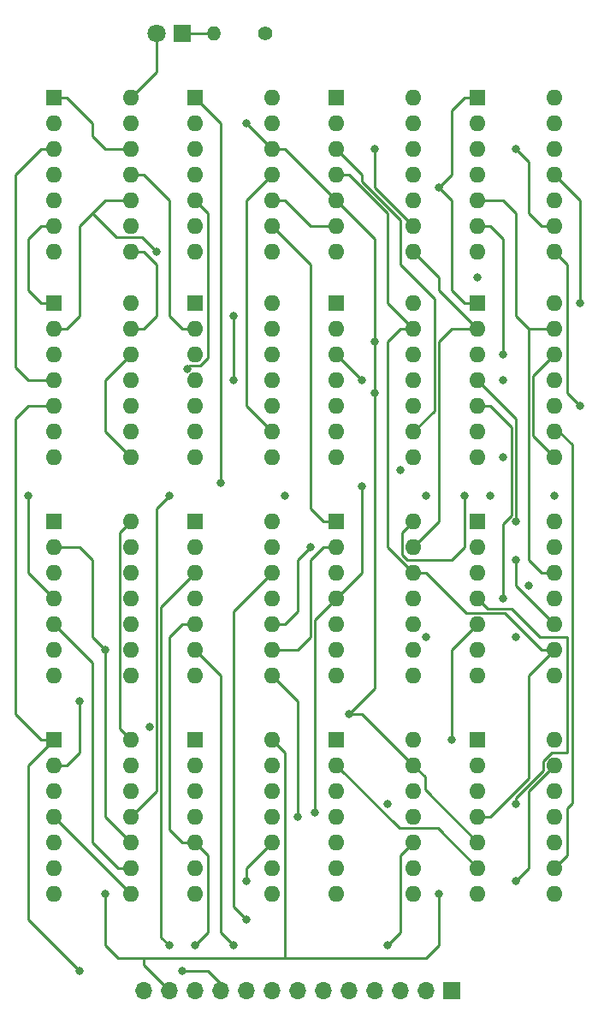
<source format=gtl>
%TF.GenerationSoftware,KiCad,Pcbnew,(6.0.9)*%
%TF.CreationDate,2025-06-18T12:23:39-04:00*%
%TF.ProjectId,Seven Segment Display,53657665-6e20-4536-9567-6d656e742044,2*%
%TF.SameCoordinates,Original*%
%TF.FileFunction,Copper,L1,Top*%
%TF.FilePolarity,Positive*%
%FSLAX46Y46*%
G04 Gerber Fmt 4.6, Leading zero omitted, Abs format (unit mm)*
G04 Created by KiCad (PCBNEW (6.0.9)) date 2025-06-18 12:23:39*
%MOMM*%
%LPD*%
G01*
G04 APERTURE LIST*
%TA.AperFunction,ComponentPad*%
%ADD10R,1.800000X1.800000*%
%TD*%
%TA.AperFunction,ComponentPad*%
%ADD11C,1.800000*%
%TD*%
%TA.AperFunction,ComponentPad*%
%ADD12O,1.700000X1.700000*%
%TD*%
%TA.AperFunction,ComponentPad*%
%ADD13R,1.700000X1.700000*%
%TD*%
%TA.AperFunction,ComponentPad*%
%ADD14R,1.600000X1.600000*%
%TD*%
%TA.AperFunction,ComponentPad*%
%ADD15O,1.600000X1.600000*%
%TD*%
%TA.AperFunction,ComponentPad*%
%ADD16C,1.400000*%
%TD*%
%TA.AperFunction,ComponentPad*%
%ADD17O,1.400000X1.400000*%
%TD*%
%TA.AperFunction,ViaPad*%
%ADD18C,0.800000*%
%TD*%
%TA.AperFunction,Conductor*%
%ADD19C,0.250000*%
%TD*%
G04 APERTURE END LIST*
D10*
%TO.P,D1,1,K*%
%TO.N,Net-(D1-Pad1)*%
X127000000Y-33020000D03*
D11*
%TO.P,D1,2,A*%
%TO.N,+5V*%
X124460000Y-33020000D03*
%TD*%
D12*
%TO.P,J1,13,Pin_13*%
%TO.N,GND*%
X123185000Y-127705000D03*
%TO.P,J1,12,Pin_12*%
%TO.N,+5V*%
X125725000Y-127705000D03*
%TO.P,J1,11,Pin_11*%
%TO.N,D*%
X128265000Y-127705000D03*
%TO.P,J1,10,Pin_10*%
%TO.N,C*%
X130805000Y-127705000D03*
%TO.P,J1,9,Pin_9*%
%TO.N,B*%
X133345000Y-127705000D03*
%TO.P,J1,8,Pin_8*%
%TO.N,A*%
X135885000Y-127705000D03*
%TO.P,J1,7,Pin_7*%
%TO.N,G-segment*%
X138425000Y-127705000D03*
%TO.P,J1,6,Pin_6*%
%TO.N,F-segment*%
X140965000Y-127705000D03*
%TO.P,J1,5,Pin_5*%
%TO.N,E-segment*%
X143505000Y-127705000D03*
%TO.P,J1,4,Pin_4*%
%TO.N,D-segment*%
X146045000Y-127705000D03*
%TO.P,J1,3,Pin_3*%
%TO.N,C-segment*%
X148585000Y-127705000D03*
%TO.P,J1,2,Pin_2*%
%TO.N,B-segment*%
X151125000Y-127705000D03*
D13*
%TO.P,J1,1,Pin_1*%
%TO.N,A-segment*%
X153665000Y-127705000D03*
%TD*%
D14*
%TO.P,U1,1*%
%TO.N,A*%
X142245000Y-81285000D03*
D15*
%TO.P,U1,2*%
%TO.N,B'*%
X142245000Y-83825000D03*
%TO.P,U1,3*%
%TO.N,Net-(U1-Pad3)*%
X142245000Y-86365000D03*
%TO.P,U1,4*%
%TO.N,A'*%
X142245000Y-88905000D03*
%TO.P,U1,5*%
%TO.N,Net-(U1-Pad5)*%
X142245000Y-91445000D03*
%TO.P,U1,6*%
%TO.N,Net-(U1-Pad6)*%
X142245000Y-93985000D03*
%TO.P,U1,7,GND*%
%TO.N,GND*%
X142245000Y-96525000D03*
%TO.P,U1,8*%
%TO.N,Net-(U1-Pad8)*%
X149865000Y-96525000D03*
%TO.P,U1,9*%
%TO.N,C'*%
X149865000Y-93985000D03*
%TO.P,U1,10*%
%TO.N,D*%
X149865000Y-91445000D03*
%TO.P,U1,11*%
%TO.N,Net-(U1-Pad11)*%
X149865000Y-88905000D03*
%TO.P,U1,12*%
%TO.N,B'*%
X149865000Y-86365000D03*
%TO.P,U1,13*%
%TO.N,D'*%
X149865000Y-83825000D03*
%TO.P,U1,14,VCC*%
%TO.N,+5V*%
X149865000Y-81285000D03*
%TD*%
D14*
%TO.P,U10,1*%
%TO.N,Net-(U10-Pad1)*%
X114305000Y-59695000D03*
D15*
%TO.P,U10,2*%
%TO.N,D'*%
X114305000Y-62235000D03*
%TO.P,U10,3*%
%TO.N,Net-(U10-Pad3)*%
X114305000Y-64775000D03*
%TO.P,U10,4*%
%TO.N,Net-(U10-Pad4)*%
X114305000Y-67315000D03*
%TO.P,U10,5*%
%TO.N,C*%
X114305000Y-69855000D03*
%TO.P,U10,6*%
%TO.N,Net-(U10-Pad6)*%
X114305000Y-72395000D03*
%TO.P,U10,7,GND*%
%TO.N,GND*%
X114305000Y-74935000D03*
%TO.P,U10,8*%
%TO.N,Net-(U10-Pad12)*%
X121925000Y-74935000D03*
%TO.P,U10,9*%
%TO.N,Net-(U10-Pad9)*%
X121925000Y-72395000D03*
%TO.P,U10,10*%
%TO.N,Net-(U10-Pad10)*%
X121925000Y-69855000D03*
%TO.P,U10,11*%
%TO.N,Net-(U10-Pad11)*%
X121925000Y-67315000D03*
%TO.P,U10,12*%
%TO.N,Net-(U10-Pad12)*%
X121925000Y-64775000D03*
%TO.P,U10,13*%
%TO.N,Net-(U10-Pad13)*%
X121925000Y-62235000D03*
%TO.P,U10,14,VCC*%
%TO.N,+5V*%
X121925000Y-59695000D03*
%TD*%
D14*
%TO.P,U15,1*%
%TO.N,Net-(U11-Pad6)*%
X142245000Y-102875000D03*
D15*
%TO.P,U15,2*%
%TO.N,Net-(U13-Pad6)*%
X142245000Y-105415000D03*
%TO.P,U15,3*%
%TO.N,Net-(U13-Pad12)*%
X142245000Y-107955000D03*
%TO.P,U15,4*%
%TO.N,Net-(U11-Pad8)*%
X142245000Y-110495000D03*
%TO.P,U15,5*%
%TO.N,C'*%
X142245000Y-113035000D03*
%TO.P,U15,6*%
%TO.N,Net-(U13-Pad13)*%
X142245000Y-115575000D03*
%TO.P,U15,7,GND*%
%TO.N,GND*%
X142245000Y-118115000D03*
%TO.P,U15,8*%
%TO.N,Net-(U14-Pad12)*%
X149865000Y-118115000D03*
%TO.P,U15,9*%
%TO.N,A*%
X149865000Y-115575000D03*
%TO.P,U15,10*%
%TO.N,Net-(U14-Pad6)*%
X149865000Y-113035000D03*
%TO.P,U15,11*%
%TO.N,Net-(U14-Pad13)*%
X149865000Y-110495000D03*
%TO.P,U15,12*%
%TO.N,Net-(U14-Pad8)*%
X149865000Y-107955000D03*
%TO.P,U15,13*%
%TO.N,C*%
X149865000Y-105415000D03*
%TO.P,U15,14,VCC*%
%TO.N,+5V*%
X149865000Y-102875000D03*
%TD*%
D14*
%TO.P,U4,1*%
%TO.N,A'*%
X128275000Y-39375000D03*
D15*
%TO.P,U4,2*%
%TO.N,Net-(U10-Pad6)*%
X128275000Y-41915000D03*
%TO.P,U4,3*%
%TO.N,Net-(U10-Pad9)*%
X128275000Y-44455000D03*
%TO.P,U4,4*%
%TO.N,A*%
X128275000Y-46995000D03*
%TO.P,U4,5*%
%TO.N,Net-(U10-Pad3)*%
X128275000Y-49535000D03*
%TO.P,U4,6*%
%TO.N,Net-(U10-Pad10)*%
X128275000Y-52075000D03*
%TO.P,U4,7,GND*%
%TO.N,GND*%
X128275000Y-54615000D03*
%TO.P,U4,8*%
%TO.N,Net-(U4-Pad8)*%
X135895000Y-54615000D03*
%TO.P,U4,9*%
%TO.N,A*%
X135895000Y-52075000D03*
%TO.P,U4,10*%
%TO.N,C'*%
X135895000Y-49535000D03*
%TO.P,U4,11*%
%TO.N,Net-(U4-Pad11)*%
X135895000Y-46995000D03*
%TO.P,U4,12*%
%TO.N,C*%
X135895000Y-44455000D03*
%TO.P,U4,13*%
%TO.N,D*%
X135895000Y-41915000D03*
%TO.P,U4,14,VCC*%
%TO.N,+5V*%
X135895000Y-39375000D03*
%TD*%
D16*
%TO.P,R1,1*%
%TO.N,GND*%
X135230000Y-33020000D03*
D17*
%TO.P,R1,2*%
%TO.N,Net-(D1-Pad1)*%
X130150000Y-33020000D03*
%TD*%
D14*
%TO.P,U11,1*%
%TO.N,Net-(U11-Pad1)*%
X128275000Y-102875000D03*
D15*
%TO.P,U11,2*%
%TO.N,D'*%
X128275000Y-105415000D03*
%TO.P,U11,3*%
%TO.N,Net-(U11-Pad3)*%
X128275000Y-107955000D03*
%TO.P,U11,4*%
%TO.N,A*%
X128275000Y-110495000D03*
%TO.P,U11,5*%
%TO.N,D*%
X128275000Y-113035000D03*
%TO.P,U11,6*%
%TO.N,Net-(U11-Pad6)*%
X128275000Y-115575000D03*
%TO.P,U11,7,GND*%
%TO.N,GND*%
X128275000Y-118115000D03*
%TO.P,U11,8*%
%TO.N,Net-(U11-Pad8)*%
X135895000Y-118115000D03*
%TO.P,U11,9*%
%TO.N,A'*%
X135895000Y-115575000D03*
%TO.P,U11,10*%
%TO.N,B*%
X135895000Y-113035000D03*
%TO.P,U11,11*%
%TO.N,Net-(U11-Pad11)*%
X135895000Y-110495000D03*
%TO.P,U11,12*%
%TO.N,Net-(U11-Pad12)*%
X135895000Y-107955000D03*
%TO.P,U11,13*%
%TO.N,D'*%
X135895000Y-105415000D03*
%TO.P,U11,14,VCC*%
%TO.N,+5V*%
X135895000Y-102875000D03*
%TD*%
D14*
%TO.P,U8,1*%
%TO.N,Net-(U1-Pad3)*%
X156215000Y-81285000D03*
D15*
%TO.P,U8,2*%
%TO.N,Net-(U1-Pad6)*%
X156215000Y-83825000D03*
%TO.P,U8,3*%
%TO.N,Net-(U2-Pad4)*%
X156215000Y-86365000D03*
%TO.P,U8,4*%
%TO.N,Net-(U6-Pad6)*%
X156215000Y-88905000D03*
%TO.P,U8,5*%
%TO.N,Net-(U6-Pad3)*%
X156215000Y-91445000D03*
%TO.P,U8,6*%
%TO.N,Net-(U7-Pad2)*%
X156215000Y-93985000D03*
%TO.P,U8,7,GND*%
%TO.N,GND*%
X156215000Y-96525000D03*
%TO.P,U8,8*%
%TO.N,Net-(U6-Pad2)*%
X163835000Y-96525000D03*
%TO.P,U8,9*%
%TO.N,B'*%
X163835000Y-93985000D03*
%TO.P,U8,10*%
%TO.N,D'*%
X163835000Y-91445000D03*
%TO.P,U8,11*%
%TO.N,Net-(U6-Pad5)*%
X163835000Y-88905000D03*
%TO.P,U8,12*%
%TO.N,D*%
X163835000Y-86365000D03*
%TO.P,U8,13*%
%TO.N,A*%
X163835000Y-83825000D03*
%TO.P,U8,14,VCC*%
%TO.N,+5V*%
X163835000Y-81285000D03*
%TD*%
D14*
%TO.P,U12,1*%
%TO.N,A*%
X142245000Y-39375000D03*
D15*
%TO.P,U12,2*%
%TO.N,A'*%
X142245000Y-41915000D03*
%TO.P,U12,3*%
%TO.N,B*%
X142245000Y-44455000D03*
%TO.P,U12,4*%
%TO.N,B'*%
X142245000Y-46995000D03*
%TO.P,U12,5*%
%TO.N,C*%
X142245000Y-49535000D03*
%TO.P,U12,6*%
%TO.N,C'*%
X142245000Y-52075000D03*
%TO.P,U12,7,GND*%
%TO.N,GND*%
X142245000Y-54615000D03*
%TO.P,U12,8*%
%TO.N,D'*%
X149865000Y-54615000D03*
%TO.P,U12,9*%
%TO.N,D*%
X149865000Y-52075000D03*
%TO.P,U12,10*%
%TO.N,N/C*%
X149865000Y-49535000D03*
%TO.P,U12,11*%
X149865000Y-46995000D03*
%TO.P,U12,12*%
X149865000Y-44455000D03*
%TO.P,U12,13*%
X149865000Y-41915000D03*
%TO.P,U12,14,VCC*%
%TO.N,+5V*%
X149865000Y-39375000D03*
%TD*%
D14*
%TO.P,U13,1*%
%TO.N,Net-(U13-Pad1)*%
X156215000Y-102875000D03*
D15*
%TO.P,U13,2*%
%TO.N,Net-(U11-Pad11)*%
X156215000Y-105415000D03*
%TO.P,U13,3*%
%TO.N,F-segment*%
X156215000Y-107955000D03*
%TO.P,U13,4*%
%TO.N,B'*%
X156215000Y-110495000D03*
%TO.P,U13,5*%
%TO.N,C*%
X156215000Y-113035000D03*
%TO.P,U13,6*%
%TO.N,Net-(U13-Pad6)*%
X156215000Y-115575000D03*
%TO.P,U13,7,GND*%
%TO.N,GND*%
X156215000Y-118115000D03*
%TO.P,U13,8*%
%TO.N,Net-(U11-Pad12)*%
X163835000Y-118115000D03*
%TO.P,U13,9*%
%TO.N,B*%
X163835000Y-115575000D03*
%TO.P,U13,10*%
%TO.N,C'*%
X163835000Y-113035000D03*
%TO.P,U13,11*%
%TO.N,Net-(U13-Pad1)*%
X163835000Y-110495000D03*
%TO.P,U13,12*%
%TO.N,Net-(U13-Pad12)*%
X163835000Y-107955000D03*
%TO.P,U13,13*%
%TO.N,Net-(U13-Pad13)*%
X163835000Y-105415000D03*
%TO.P,U13,14,VCC*%
%TO.N,+5V*%
X163835000Y-102875000D03*
%TD*%
D14*
%TO.P,U2,1*%
%TO.N,C'*%
X156215000Y-59695000D03*
D15*
%TO.P,U2,2*%
%TO.N,D'*%
X156215000Y-62235000D03*
%TO.P,U2,3*%
%TO.N,Net-(U2-Pad3)*%
X156215000Y-64775000D03*
%TO.P,U2,4*%
%TO.N,Net-(U2-Pad4)*%
X156215000Y-67315000D03*
%TO.P,U2,5*%
%TO.N,Net-(U1-Pad8)*%
X156215000Y-69855000D03*
%TO.P,U2,6*%
%TO.N,C-segment*%
X156215000Y-72395000D03*
%TO.P,U2,7,GND*%
%TO.N,GND*%
X156215000Y-74935000D03*
%TO.P,U2,8*%
%TO.N,Net-(U2-Pad12)*%
X163835000Y-74935000D03*
%TO.P,U2,9*%
%TO.N,B*%
X163835000Y-72395000D03*
%TO.P,U2,10*%
%TO.N,C'*%
X163835000Y-69855000D03*
%TO.P,U2,11*%
%TO.N,Net-(U1-Pad5)*%
X163835000Y-67315000D03*
%TO.P,U2,12*%
%TO.N,Net-(U2-Pad12)*%
X163835000Y-64775000D03*
%TO.P,U2,13*%
%TO.N,D*%
X163835000Y-62235000D03*
%TO.P,U2,14,VCC*%
%TO.N,+5V*%
X163835000Y-59695000D03*
%TD*%
D14*
%TO.P,U14,1*%
%TO.N,Net-(U14-Pad1)*%
X128275000Y-81285000D03*
D15*
%TO.P,U14,2*%
%TO.N,Net-(U14-Pad2)*%
X128275000Y-83825000D03*
%TO.P,U14,3*%
%TO.N,G-segment*%
X128275000Y-86365000D03*
%TO.P,U14,4*%
%TO.N,B'*%
X128275000Y-88905000D03*
%TO.P,U14,5*%
%TO.N,D*%
X128275000Y-91445000D03*
%TO.P,U14,6*%
%TO.N,Net-(U14-Pad6)*%
X128275000Y-93985000D03*
%TO.P,U14,7,GND*%
%TO.N,GND*%
X128275000Y-96525000D03*
%TO.P,U14,8*%
%TO.N,Net-(U14-Pad8)*%
X135895000Y-96525000D03*
%TO.P,U14,9*%
%TO.N,B'*%
X135895000Y-93985000D03*
%TO.P,U14,10*%
%TO.N,D'*%
X135895000Y-91445000D03*
%TO.P,U14,11*%
%TO.N,Net-(U14-Pad1)*%
X135895000Y-88905000D03*
%TO.P,U14,12*%
%TO.N,Net-(U14-Pad12)*%
X135895000Y-86365000D03*
%TO.P,U14,13*%
%TO.N,Net-(U14-Pad13)*%
X135895000Y-83825000D03*
%TO.P,U14,14,VCC*%
%TO.N,+5V*%
X135895000Y-81285000D03*
%TD*%
D14*
%TO.P,U6,1*%
%TO.N,C*%
X114305000Y-102875000D03*
D15*
%TO.P,U6,2*%
%TO.N,Net-(U6-Pad2)*%
X114305000Y-105415000D03*
%TO.P,U6,3*%
%TO.N,Net-(U6-Pad3)*%
X114305000Y-107955000D03*
%TO.P,U6,4*%
%TO.N,Net-(U6-Pad4)*%
X114305000Y-110495000D03*
%TO.P,U6,5*%
%TO.N,Net-(U6-Pad5)*%
X114305000Y-113035000D03*
%TO.P,U6,6*%
%TO.N,Net-(U6-Pad6)*%
X114305000Y-115575000D03*
%TO.P,U6,7,GND*%
%TO.N,GND*%
X114305000Y-118115000D03*
%TO.P,U6,8*%
%TO.N,Net-(U6-Pad4)*%
X121925000Y-118115000D03*
%TO.P,U6,9*%
%TO.N,B*%
X121925000Y-115575000D03*
%TO.P,U6,10*%
%TO.N,C'*%
X121925000Y-113035000D03*
%TO.P,U6,11*%
%TO.N,Net-(U6-Pad11)*%
X121925000Y-110495000D03*
%TO.P,U6,12*%
%TO.N,A*%
X121925000Y-107955000D03*
%TO.P,U6,13*%
%TO.N,Net-(U6-Pad13)*%
X121925000Y-105415000D03*
%TO.P,U6,14,VCC*%
%TO.N,+5V*%
X121925000Y-102875000D03*
%TD*%
D14*
%TO.P,U7,1*%
%TO.N,Net-(U1-Pad11)*%
X142245000Y-59695000D03*
D15*
%TO.P,U7,2*%
%TO.N,Net-(U7-Pad2)*%
X142245000Y-62235000D03*
%TO.P,U7,3*%
%TO.N,D-segment*%
X142245000Y-64775000D03*
%TO.P,U7,4*%
%TO.N,Net-(U6-Pad11)*%
X142245000Y-67315000D03*
%TO.P,U7,5*%
%TO.N,Net-(U11-Pad3)*%
X142245000Y-69855000D03*
%TO.P,U7,6*%
%TO.N,E-segment*%
X142245000Y-72395000D03*
%TO.P,U7,7,GND*%
%TO.N,GND*%
X142245000Y-74935000D03*
%TO.P,U7,8*%
%TO.N,Net-(U6-Pad13)*%
X149865000Y-74935000D03*
%TO.P,U7,9*%
%TO.N,B*%
X149865000Y-72395000D03*
%TO.P,U7,10*%
%TO.N,C*%
X149865000Y-69855000D03*
%TO.P,U7,11*%
%TO.N,Net-(U11-Pad1)*%
X149865000Y-67315000D03*
%TO.P,U7,12*%
%TO.N,C*%
X149865000Y-64775000D03*
%TO.P,U7,13*%
%TO.N,B'*%
X149865000Y-62235000D03*
%TO.P,U7,14,VCC*%
%TO.N,+5V*%
X149865000Y-59695000D03*
%TD*%
D14*
%TO.P,U9,1*%
%TO.N,Net-(U10-Pad11)*%
X128275000Y-59695000D03*
D15*
%TO.P,U9,2*%
%TO.N,Net-(U3-Pad11)*%
X128275000Y-62235000D03*
%TO.P,U9,3*%
%TO.N,A-segment*%
X128275000Y-64775000D03*
%TO.P,U9,4*%
%TO.N,Net-(U5-Pad6)*%
X128275000Y-67315000D03*
%TO.P,U9,5*%
%TO.N,Net-(U5-Pad8)*%
X128275000Y-69855000D03*
%TO.P,U9,6*%
%TO.N,Net-(U9-Pad12)*%
X128275000Y-72395000D03*
%TO.P,U9,7,GND*%
%TO.N,GND*%
X128275000Y-74935000D03*
%TO.P,U9,8*%
%TO.N,Net-(U5-Pad10)*%
X135895000Y-74935000D03*
%TO.P,U9,9*%
%TO.N,Net-(U4-Pad11)*%
X135895000Y-72395000D03*
%TO.P,U9,10*%
%TO.N,Net-(U5-Pad3)*%
X135895000Y-69855000D03*
%TO.P,U9,11*%
%TO.N,B-segment*%
X135895000Y-67315000D03*
%TO.P,U9,12*%
%TO.N,Net-(U9-Pad12)*%
X135895000Y-64775000D03*
%TO.P,U9,13*%
%TO.N,Net-(U5-Pad11)*%
X135895000Y-62235000D03*
%TO.P,U9,14,VCC*%
%TO.N,+5V*%
X135895000Y-59695000D03*
%TD*%
D14*
%TO.P,U16,1*%
%TO.N,Net-(U16-Pad1)*%
X114305000Y-81285000D03*
D15*
%TO.P,U16,2*%
%TO.N,C'*%
X114305000Y-83825000D03*
%TO.P,U16,3*%
%TO.N,Net-(U14-Pad2)*%
X114305000Y-86365000D03*
%TO.P,U16,4*%
%TO.N,A'*%
X114305000Y-88905000D03*
%TO.P,U16,5*%
%TO.N,B*%
X114305000Y-91445000D03*
%TO.P,U16,6*%
%TO.N,Net-(U16-Pad1)*%
X114305000Y-93985000D03*
%TO.P,U16,7,GND*%
%TO.N,GND*%
X114305000Y-96525000D03*
%TO.P,U16,8*%
%TO.N,unconnected-(U16-Pad8)*%
X121925000Y-96525000D03*
%TO.P,U16,9*%
%TO.N,unconnected-(U16-Pad9)*%
X121925000Y-93985000D03*
%TO.P,U16,10*%
%TO.N,unconnected-(U16-Pad10)*%
X121925000Y-91445000D03*
%TO.P,U16,11*%
%TO.N,unconnected-(U16-Pad11)*%
X121925000Y-88905000D03*
%TO.P,U16,12*%
%TO.N,unconnected-(U16-Pad12)*%
X121925000Y-86365000D03*
%TO.P,U16,13*%
%TO.N,unconnected-(U16-Pad13)*%
X121925000Y-83825000D03*
%TO.P,U16,14,VCC*%
%TO.N,+5V*%
X121925000Y-81285000D03*
%TD*%
D14*
%TO.P,U3,1*%
%TO.N,B*%
X114305000Y-39375000D03*
D15*
%TO.P,U3,2*%
%TO.N,D*%
X114305000Y-41915000D03*
%TO.P,U3,3*%
%TO.N,Net-(U10-Pad4)*%
X114305000Y-44455000D03*
%TO.P,U3,4*%
%TO.N,B'*%
X114305000Y-46995000D03*
%TO.P,U3,5*%
%TO.N,C'*%
X114305000Y-49535000D03*
%TO.P,U3,6*%
%TO.N,Net-(U10-Pad1)*%
X114305000Y-52075000D03*
%TO.P,U3,7,GND*%
%TO.N,GND*%
X114305000Y-54615000D03*
%TO.P,U3,8*%
%TO.N,Net-(U10-Pad13)*%
X121925000Y-54615000D03*
%TO.P,U3,9*%
%TO.N,B'*%
X121925000Y-52075000D03*
%TO.P,U3,10*%
%TO.N,D'*%
X121925000Y-49535000D03*
%TO.P,U3,11*%
%TO.N,Net-(U3-Pad11)*%
X121925000Y-46995000D03*
%TO.P,U3,12*%
%TO.N,B*%
X121925000Y-44455000D03*
%TO.P,U3,13*%
%TO.N,C*%
X121925000Y-41915000D03*
%TO.P,U3,14,VCC*%
%TO.N,+5V*%
X121925000Y-39375000D03*
%TD*%
D14*
%TO.P,U5,1*%
%TO.N,C'*%
X156205000Y-39375000D03*
D15*
%TO.P,U5,2*%
%TO.N,D'*%
X156205000Y-41915000D03*
%TO.P,U5,3*%
%TO.N,Net-(U5-Pad3)*%
X156205000Y-44455000D03*
%TO.P,U5,4*%
%TO.N,Net-(U4-Pad8)*%
X156205000Y-46995000D03*
%TO.P,U5,5*%
%TO.N,D*%
X156205000Y-49535000D03*
%TO.P,U5,6*%
%TO.N,Net-(U5-Pad6)*%
X156205000Y-52075000D03*
%TO.P,U5,7,GND*%
%TO.N,GND*%
X156205000Y-54615000D03*
%TO.P,U5,8*%
%TO.N,Net-(U5-Pad8)*%
X163825000Y-54615000D03*
%TO.P,U5,9*%
%TO.N,A'*%
X163825000Y-52075000D03*
%TO.P,U5,10*%
%TO.N,Net-(U5-Pad10)*%
X163825000Y-49535000D03*
%TO.P,U5,11*%
%TO.N,Net-(U5-Pad11)*%
X163825000Y-46995000D03*
%TO.P,U5,12*%
%TO.N,Net-(U2-Pad3)*%
X163825000Y-44455000D03*
%TO.P,U5,13*%
%TO.N,B'*%
X163825000Y-41915000D03*
%TO.P,U5,14,VCC*%
%TO.N,+5V*%
X163825000Y-39375000D03*
%TD*%
D18*
%TO.N,A*%
X147315000Y-109230000D03*
%TO.N,B*%
X133345000Y-116850000D03*
%TO.N,C*%
X133345000Y-41920000D03*
X146045000Y-63510000D03*
X146045000Y-68590000D03*
X127000000Y-125740000D03*
X143505000Y-100340000D03*
X116835000Y-125740000D03*
%TO.N,D*%
X128265000Y-123200000D03*
X146045000Y-44460000D03*
%TO.N,B-segment*%
X156205000Y-57160000D03*
%TO.N,D-segment*%
X144775000Y-67320000D03*
%TO.N,G-segment*%
X125725000Y-123200000D03*
%TO.N,A'*%
X111755000Y-78750000D03*
X140145000Y-110050000D03*
X160015000Y-44460000D03*
X130805000Y-77480000D03*
X144775000Y-77754500D03*
%TO.N,C'*%
X152395000Y-48270000D03*
X119375000Y-93990000D03*
%TO.N,GND*%
X148585000Y-76210000D03*
%TO.N,D'*%
X124455000Y-54620000D03*
X160015000Y-85100000D03*
X139695000Y-83830000D03*
%TO.N,+5V*%
X152395000Y-118120000D03*
X154935000Y-78750000D03*
X119375000Y-118120000D03*
%TO.N,Net-(U2-Pad4)*%
X160015000Y-81290000D03*
X160015000Y-92720000D03*
%TO.N,Net-(U10-Pad3)*%
X127451995Y-66183067D03*
%TO.N,Net-(U10-Pad11)*%
X132075000Y-67320000D03*
X132075000Y-60970000D03*
%TO.N,Net-(U11-Pad6)*%
X123730500Y-101610000D03*
%TO.N,Net-(U1-Pad3)*%
X151125000Y-78750000D03*
%TO.N,Net-(U1-Pad5)*%
X163830000Y-78740000D03*
X158750000Y-67310000D03*
X158750000Y-74930000D03*
%TO.N,Net-(U1-Pad6)*%
X151125000Y-92720000D03*
X161285000Y-87640000D03*
%TO.N,Net-(U1-Pad8)*%
X158745000Y-88910000D03*
%TO.N,Net-(U5-Pad6)*%
X158745000Y-64780000D03*
%TO.N,Net-(U5-Pad8)*%
X166365000Y-69860000D03*
%TO.N,Net-(U5-Pad11)*%
X166370000Y-59690000D03*
%TO.N,Net-(U6-Pad2)*%
X116835000Y-99070000D03*
%TO.N,Net-(U6-Pad3)*%
X153665000Y-102880000D03*
%TO.N,Net-(U6-Pad6)*%
X160020000Y-109220000D03*
%TO.N,Net-(U6-Pad11)*%
X137155000Y-78750000D03*
X125725000Y-78750000D03*
%TO.N,Net-(U13-Pad13)*%
X160015000Y-116850000D03*
%TO.N,Net-(U14-Pad6)*%
X147315000Y-123200000D03*
X132075000Y-123200000D03*
%TO.N,Net-(U14-Pad8)*%
X138425000Y-110500000D03*
%TO.N,Net-(U14-Pad12)*%
X133345000Y-120660000D03*
%TO.N,Net-(U14-Pad13)*%
X157475000Y-78750000D03*
%TD*%
D19*
%TO.N,C*%
X130805000Y-127010000D02*
X130805000Y-127705000D01*
X127000000Y-125740000D02*
X129535000Y-125740000D01*
X129535000Y-125740000D02*
X130805000Y-127010000D01*
%TO.N,Net-(D1-Pad1)*%
X127000000Y-33020000D02*
X130150000Y-33020000D01*
%TO.N,+5V*%
X124460000Y-36840000D02*
X121925000Y-39375000D01*
X124460000Y-33020000D02*
X124460000Y-36840000D01*
X123185000Y-125165000D02*
X123185000Y-124470000D01*
X125725000Y-127705000D02*
X123185000Y-125165000D01*
%TO.N,A*%
X139695000Y-80020000D02*
X140960000Y-81285000D01*
X135895000Y-52075000D02*
X139695000Y-55875000D01*
X140960000Y-81285000D02*
X142245000Y-81285000D01*
X139695000Y-55875000D02*
X139695000Y-80020000D01*
%TO.N,B*%
X151945000Y-59250000D02*
X151945000Y-70315000D01*
X144775000Y-47633604D02*
X148585000Y-51443604D01*
X118105000Y-41920000D02*
X115560000Y-39375000D01*
X164270000Y-72395000D02*
X165550000Y-73675000D01*
X121925000Y-44455000D02*
X119380000Y-44455000D01*
X119375000Y-44460000D02*
X118105000Y-43190000D01*
X133345000Y-116850000D02*
X133345000Y-115585000D01*
X118105000Y-113040000D02*
X118105000Y-95245000D01*
X120640000Y-115575000D02*
X118105000Y-113040000D01*
X165550000Y-109139636D02*
X165100000Y-109589636D01*
X148585000Y-55890000D02*
X151945000Y-59250000D01*
X144775000Y-46985000D02*
X144775000Y-47633604D01*
X165550000Y-73675000D02*
X165550000Y-109139636D01*
X118105000Y-43190000D02*
X118105000Y-41920000D01*
X118105000Y-95245000D02*
X114305000Y-91445000D01*
X133345000Y-115585000D02*
X135895000Y-113035000D01*
X163835000Y-72395000D02*
X164270000Y-72395000D01*
X121925000Y-115575000D02*
X120640000Y-115575000D01*
X119380000Y-44455000D02*
X119375000Y-44460000D01*
X151945000Y-70315000D02*
X149865000Y-72395000D01*
X115560000Y-39375000D02*
X114305000Y-39375000D01*
X165100000Y-109589636D02*
X165100000Y-114310000D01*
X142245000Y-44455000D02*
X144775000Y-46985000D01*
X148585000Y-51443604D02*
X148585000Y-55890000D01*
X165100000Y-114310000D02*
X163835000Y-115575000D01*
%TO.N,C*%
X133345000Y-41920000D02*
X133360000Y-41920000D01*
X110485000Y-100340000D02*
X110485000Y-80020000D01*
X114305000Y-102875000D02*
X114300000Y-102875000D01*
X111760000Y-69855000D02*
X114305000Y-69855000D01*
X144790000Y-100340000D02*
X149865000Y-105415000D01*
X114300000Y-102875000D02*
X111755000Y-105420000D01*
X146045000Y-97800000D02*
X143505000Y-100340000D01*
X111755000Y-105420000D02*
X111755000Y-120660000D01*
X111755000Y-120660000D02*
X116835000Y-125740000D01*
X143505000Y-100340000D02*
X144790000Y-100340000D01*
X146045000Y-68590000D02*
X146045000Y-97800000D01*
X114305000Y-102875000D02*
X113020000Y-102875000D01*
X110485000Y-71130000D02*
X111760000Y-69855000D01*
X150990000Y-107810000D02*
X156215000Y-113035000D01*
X150990000Y-106540000D02*
X150990000Y-107810000D01*
X142245000Y-49535000D02*
X146045000Y-53335000D01*
X137165000Y-44455000D02*
X142245000Y-49535000D01*
X133360000Y-41920000D02*
X135895000Y-44455000D01*
X110485000Y-77480000D02*
X110485000Y-71130000D01*
X110485000Y-80020000D02*
X110485000Y-77480000D01*
X149865000Y-105415000D02*
X150990000Y-106540000D01*
X146045000Y-63510000D02*
X146045000Y-68590000D01*
X146045000Y-53335000D02*
X146045000Y-63510000D01*
X135895000Y-44455000D02*
X137165000Y-44455000D01*
X113020000Y-102875000D02*
X110485000Y-100340000D01*
%TO.N,D*%
X125725000Y-92720000D02*
X125725000Y-111770000D01*
X128275000Y-113035000D02*
X129535000Y-114295000D01*
X158740000Y-49535000D02*
X160015000Y-50810000D01*
X126990000Y-113035000D02*
X128275000Y-113035000D01*
X129535000Y-114295000D02*
X129535000Y-114310000D01*
X161285000Y-62240000D02*
X161285000Y-85100000D01*
X125725000Y-111770000D02*
X126990000Y-113035000D01*
X162550000Y-86365000D02*
X163835000Y-86365000D01*
X160015000Y-50810000D02*
X160015000Y-60970000D01*
X161285000Y-85100000D02*
X162550000Y-86365000D01*
X146045000Y-48255000D02*
X149865000Y-52075000D01*
X127000000Y-91445000D02*
X125725000Y-92720000D01*
X129535000Y-114310000D02*
X129535000Y-121930000D01*
X156205000Y-49535000D02*
X158740000Y-49535000D01*
X160015000Y-60970000D02*
X161280000Y-62235000D01*
X161280000Y-62235000D02*
X163835000Y-62235000D01*
X161280000Y-62235000D02*
X161285000Y-62240000D01*
X146045000Y-44460000D02*
X146045000Y-48255000D01*
X128275000Y-91445000D02*
X127000000Y-91445000D01*
X129535000Y-121930000D02*
X128265000Y-123200000D01*
%TO.N,D-segment*%
X142245000Y-64775000D02*
X142245000Y-64782500D01*
X142245000Y-64782500D02*
X144775000Y-67312500D01*
X144775000Y-67312500D02*
X144775000Y-67320000D01*
%TO.N,G-segment*%
X128275000Y-86365000D02*
X125730000Y-88910000D01*
X124905000Y-122380000D02*
X125725000Y-123200000D01*
X124905000Y-89730000D02*
X124905000Y-122380000D01*
X125730000Y-88910000D02*
X125725000Y-88910000D01*
X125725000Y-88910000D02*
X124905000Y-89730000D01*
%TO.N,A'*%
X161285000Y-45730000D02*
X161285000Y-50810000D01*
X160015000Y-44460000D02*
X161285000Y-45730000D01*
X111755000Y-78750000D02*
X111755000Y-86355000D01*
X111755000Y-86355000D02*
X114305000Y-88905000D01*
X144775000Y-77754500D02*
X144775000Y-86375000D01*
X161285000Y-50810000D02*
X162550000Y-52075000D01*
X144775000Y-86375000D02*
X142245000Y-88905000D01*
X140145000Y-91005000D02*
X140145000Y-110050000D01*
X128275000Y-39390000D02*
X130805000Y-41920000D01*
X142245000Y-88905000D02*
X140145000Y-91005000D01*
X128275000Y-39375000D02*
X128275000Y-39390000D01*
X130805000Y-41920000D02*
X130805000Y-77480000D01*
X162550000Y-52075000D02*
X163825000Y-52075000D01*
%TO.N,B'*%
X157480000Y-110495000D02*
X156215000Y-110495000D01*
X161285000Y-106690000D02*
X157480000Y-110495000D01*
X139695000Y-92720000D02*
X138430000Y-93985000D01*
X143500000Y-46995000D02*
X147315000Y-50810000D01*
X158885000Y-90320000D02*
X162550000Y-93985000D01*
X142245000Y-46995000D02*
X143500000Y-46995000D01*
X162550000Y-93985000D02*
X163835000Y-93985000D01*
X148590000Y-62235000D02*
X147315000Y-63510000D01*
X149865000Y-62235000D02*
X148590000Y-62235000D01*
X155075000Y-90320000D02*
X158885000Y-90320000D01*
X142245000Y-83825000D02*
X140970000Y-83825000D01*
X139695000Y-85100000D02*
X139695000Y-92720000D01*
X149865000Y-86365000D02*
X151120000Y-86365000D01*
X147315000Y-59685000D02*
X149865000Y-62235000D01*
X138430000Y-93985000D02*
X135895000Y-93985000D01*
X147315000Y-50810000D02*
X147315000Y-59685000D01*
X147315000Y-63510000D02*
X147315000Y-83815000D01*
X161285000Y-96535000D02*
X161285000Y-106690000D01*
X147315000Y-83815000D02*
X149865000Y-86365000D01*
X140970000Y-83825000D02*
X139695000Y-85100000D01*
X163835000Y-93985000D02*
X161285000Y-96535000D01*
X151120000Y-86365000D02*
X155075000Y-90320000D01*
%TO.N,C'*%
X119375000Y-110485000D02*
X121925000Y-113035000D01*
X139700000Y-52075000D02*
X142245000Y-52075000D01*
X139695000Y-52080000D02*
X139700000Y-52075000D01*
X154930000Y-59695000D02*
X156215000Y-59695000D01*
X153665000Y-49540000D02*
X153665000Y-58430000D01*
X116830000Y-83825000D02*
X114305000Y-83825000D01*
X153665000Y-58430000D02*
X154930000Y-59695000D01*
X152395000Y-48270000D02*
X153665000Y-49540000D01*
X118105000Y-92720000D02*
X118105000Y-85100000D01*
X154940000Y-39375000D02*
X156205000Y-39375000D01*
X153665000Y-47000000D02*
X153665000Y-40650000D01*
X137150000Y-49535000D02*
X139695000Y-52080000D01*
X119375000Y-93990000D02*
X119375000Y-110485000D01*
X135895000Y-49535000D02*
X137150000Y-49535000D01*
X119375000Y-93990000D02*
X118105000Y-92720000D01*
X153665000Y-40650000D02*
X154940000Y-39375000D01*
X118105000Y-85100000D02*
X116830000Y-83825000D01*
X152395000Y-48270000D02*
X153665000Y-47000000D01*
%TO.N,D'*%
X137160000Y-91445000D02*
X135895000Y-91445000D01*
X121925000Y-49535000D02*
X119380000Y-49535000D01*
X153670000Y-62235000D02*
X152395000Y-63510000D01*
X160015000Y-85100000D02*
X160015000Y-87625000D01*
X115570000Y-62235000D02*
X114305000Y-62235000D01*
X119380000Y-49535000D02*
X116835000Y-52080000D01*
X152395000Y-81295000D02*
X149865000Y-83825000D01*
X138425000Y-85100000D02*
X138425000Y-90180000D01*
X160015000Y-87625000D02*
X163835000Y-91445000D01*
X152395000Y-57145000D02*
X152395000Y-58415000D01*
X123035000Y-53200000D02*
X120495000Y-53200000D01*
X139695000Y-83830000D02*
X138425000Y-85100000D01*
X116835000Y-52080000D02*
X116835000Y-60970000D01*
X124455000Y-54620000D02*
X123035000Y-53200000D01*
X116835000Y-60970000D02*
X115570000Y-62235000D01*
X120495000Y-53200000D02*
X118105000Y-50810000D01*
X152395000Y-58415000D02*
X156215000Y-62235000D01*
X149865000Y-54615000D02*
X152395000Y-57145000D01*
X138425000Y-90180000D02*
X137160000Y-91445000D01*
X156215000Y-62235000D02*
X153670000Y-62235000D01*
X152395000Y-63510000D02*
X152395000Y-81295000D01*
%TO.N,+5V*%
X149236396Y-85100000D02*
X148740000Y-84603604D01*
X133345000Y-124470000D02*
X151125000Y-124470000D01*
X119375000Y-118120000D02*
X119375000Y-123200000D01*
X153665000Y-85100000D02*
X149236396Y-85100000D01*
X120645000Y-124470000D02*
X123185000Y-124470000D01*
X119375000Y-123200000D02*
X120645000Y-124470000D01*
X120800000Y-82410000D02*
X120800000Y-101750000D01*
X148740000Y-82410000D02*
X149865000Y-81285000D01*
X123185000Y-124470000D02*
X133345000Y-124470000D01*
X121925000Y-81285000D02*
X120800000Y-82410000D01*
X154935000Y-83830000D02*
X153665000Y-85100000D01*
X154935000Y-78750000D02*
X154935000Y-83830000D01*
X137155000Y-104135000D02*
X137155000Y-124470000D01*
X135895000Y-102875000D02*
X137155000Y-104135000D01*
X148740000Y-84603604D02*
X148740000Y-82410000D01*
X137155000Y-124470000D02*
X133345000Y-124470000D01*
X120800000Y-101750000D02*
X121925000Y-102875000D01*
X152395000Y-123200000D02*
X151125000Y-124470000D01*
X152395000Y-118120000D02*
X152395000Y-123200000D01*
%TO.N,Net-(U2-Pad4)*%
X156215000Y-67315000D02*
X160015000Y-71115000D01*
X160015000Y-71130000D02*
X160015000Y-81290000D01*
X160015000Y-71115000D02*
X160015000Y-71130000D01*
%TO.N,Net-(U2-Pad12)*%
X161735000Y-72835000D02*
X161735000Y-66875000D01*
X163835000Y-74935000D02*
X161735000Y-72835000D01*
X161735000Y-66875000D02*
X163835000Y-64775000D01*
%TO.N,Net-(U10-Pad4)*%
X111750000Y-67315000D02*
X114305000Y-67315000D01*
X110485000Y-66050000D02*
X111750000Y-67315000D01*
X110485000Y-47000000D02*
X110485000Y-66050000D01*
X113030000Y-44455000D02*
X110485000Y-47000000D01*
X114305000Y-44455000D02*
X113030000Y-44455000D01*
%TO.N,Net-(U10-Pad13)*%
X124455000Y-60970000D02*
X123190000Y-62235000D01*
X121925000Y-54615000D02*
X123180000Y-54615000D01*
X123180000Y-54615000D02*
X124455000Y-55890000D01*
X124455000Y-55890000D02*
X124455000Y-60970000D01*
X123190000Y-62235000D02*
X121925000Y-62235000D01*
%TO.N,Net-(U6-Pad4)*%
X114305000Y-110495000D02*
X121925000Y-118115000D01*
%TO.N,Net-(U10-Pad1)*%
X111755000Y-58430000D02*
X113020000Y-59695000D01*
X111755000Y-53350000D02*
X111755000Y-58430000D01*
X113020000Y-59695000D02*
X114305000Y-59695000D01*
X113030000Y-52075000D02*
X111755000Y-53350000D01*
X114305000Y-52075000D02*
X113030000Y-52075000D01*
%TO.N,Net-(U10-Pad3)*%
X129535000Y-65105991D02*
X129535000Y-50795000D01*
X127735062Y-65900000D02*
X128740991Y-65900000D01*
X129535000Y-50795000D02*
X128275000Y-49535000D01*
X128740991Y-65900000D02*
X129535000Y-65105991D01*
X127451995Y-66183067D02*
X127735062Y-65900000D01*
%TO.N,Net-(U10-Pad11)*%
X132075000Y-67320000D02*
X132075000Y-60970000D01*
%TO.N,Net-(U10-Pad12)*%
X121925000Y-74935000D02*
X119390000Y-72400000D01*
X119375000Y-72400000D02*
X119375000Y-67325000D01*
X119375000Y-67325000D02*
X121925000Y-64775000D01*
X119390000Y-72400000D02*
X119375000Y-72400000D01*
%TO.N,Net-(U1-Pad8)*%
X158745000Y-81534695D02*
X158745000Y-88910000D01*
X157470000Y-69855000D02*
X159565000Y-71950000D01*
X156215000Y-69855000D02*
X157470000Y-69855000D01*
X159565000Y-80714695D02*
X158745000Y-81534695D01*
X159565000Y-71950000D02*
X159565000Y-80714695D01*
%TO.N,Net-(U3-Pad11)*%
X126990000Y-62235000D02*
X128275000Y-62235000D01*
X125725000Y-49540000D02*
X125725000Y-60970000D01*
X123180000Y-46995000D02*
X125725000Y-49540000D01*
X121925000Y-46995000D02*
X123180000Y-46995000D01*
X125725000Y-60970000D02*
X126990000Y-62235000D01*
%TO.N,Net-(U4-Pad11)*%
X133345000Y-69860000D02*
X133360000Y-69860000D01*
X133345000Y-49540000D02*
X133345000Y-69860000D01*
X133360000Y-69860000D02*
X135895000Y-72395000D01*
X133350000Y-49540000D02*
X133345000Y-49540000D01*
X135895000Y-46995000D02*
X133350000Y-49540000D01*
%TO.N,Net-(U5-Pad6)*%
X158745000Y-53350000D02*
X157470000Y-52075000D01*
X157470000Y-52075000D02*
X156205000Y-52075000D01*
X158745000Y-64780000D02*
X158745000Y-53350000D01*
%TO.N,Net-(U5-Pad8)*%
X166365000Y-69860000D02*
X165100000Y-68595000D01*
X165100000Y-68595000D02*
X165100000Y-55890000D01*
X165100000Y-55890000D02*
X163825000Y-54615000D01*
%TO.N,Net-(U5-Pad11)*%
X166370000Y-49540000D02*
X163825000Y-46995000D01*
X166370000Y-59690000D02*
X166370000Y-49540000D01*
%TO.N,Net-(U6-Pad2)*%
X115570000Y-105415000D02*
X114305000Y-105415000D01*
X116835000Y-104150000D02*
X115570000Y-105415000D01*
X116835000Y-99070000D02*
X116835000Y-104150000D01*
%TO.N,Net-(U6-Pad3)*%
X153665000Y-93995000D02*
X153665000Y-102880000D01*
X156215000Y-91445000D02*
X153665000Y-93995000D01*
%TO.N,Net-(U6-Pad6)*%
X157180000Y-89870000D02*
X156215000Y-88905000D01*
X159559504Y-89870000D02*
X157180000Y-89870000D01*
X163519009Y-104140000D02*
X165100000Y-104140000D01*
X162399504Y-92710000D02*
X159559504Y-89870000D01*
X160020000Y-108593604D02*
X162710000Y-105903604D01*
X162710000Y-104949009D02*
X163519009Y-104140000D01*
X160020000Y-109220000D02*
X160020000Y-108593604D01*
X162710000Y-105903604D02*
X162710000Y-104949009D01*
X165100000Y-92710000D02*
X162399504Y-92710000D01*
X165100000Y-104140000D02*
X165100000Y-92710000D01*
%TO.N,Net-(U6-Pad11)*%
X121925000Y-110495000D02*
X124455000Y-107965000D01*
X124455000Y-107965000D02*
X124455000Y-107960000D01*
X124455000Y-80020000D02*
X125725000Y-78750000D01*
X124455000Y-107960000D02*
X124455000Y-80020000D01*
%TO.N,Net-(U13-Pad6)*%
X152260000Y-111620000D02*
X148450000Y-111620000D01*
X148450000Y-111620000D02*
X142245000Y-105415000D01*
X156215000Y-115575000D02*
X152260000Y-111620000D01*
%TO.N,Net-(U13-Pad13)*%
X161285000Y-115580000D02*
X161285000Y-107965000D01*
X160015000Y-116850000D02*
X161285000Y-115580000D01*
X161285000Y-107965000D02*
X163835000Y-105415000D01*
%TO.N,Net-(U14-Pad6)*%
X148585000Y-121930000D02*
X148585000Y-114315000D01*
X148585000Y-114315000D02*
X149865000Y-113035000D01*
X130805000Y-121930000D02*
X130805000Y-96515000D01*
X147315000Y-123200000D02*
X148585000Y-121930000D01*
X132075000Y-123200000D02*
X130805000Y-121930000D01*
X130805000Y-96515000D02*
X128275000Y-93985000D01*
%TO.N,Net-(U14-Pad8)*%
X135895000Y-96525000D02*
X138425000Y-99055000D01*
X138425000Y-99055000D02*
X138425000Y-110500000D01*
%TO.N,Net-(U14-Pad12)*%
X135895000Y-86365000D02*
X132075000Y-90185000D01*
X132075000Y-92720000D02*
X132075000Y-119390000D01*
X132075000Y-90185000D02*
X132075000Y-92720000D01*
X132075000Y-119390000D02*
X133345000Y-120660000D01*
%TD*%
M02*

</source>
